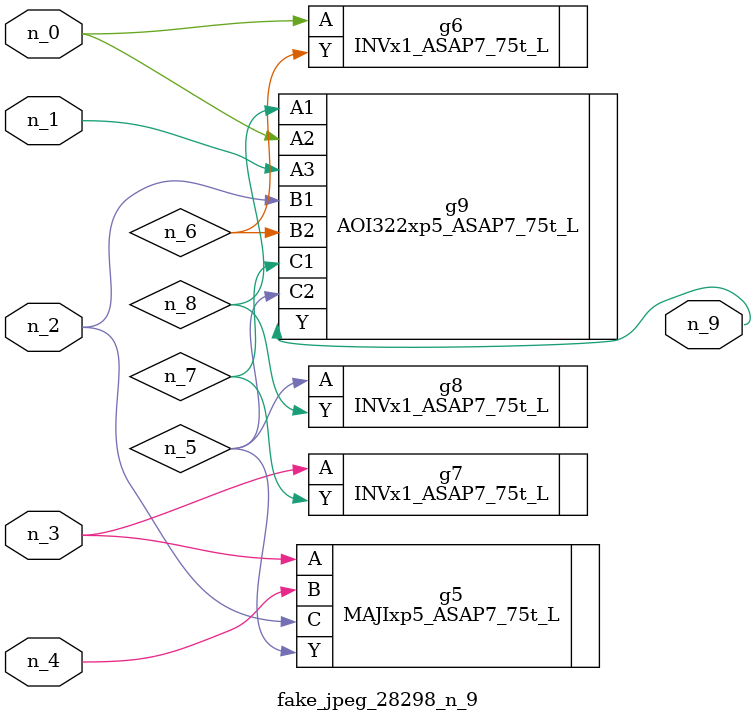
<source format=v>
module fake_jpeg_28298_n_9 (n_3, n_2, n_1, n_0, n_4, n_9);

input n_3;
input n_2;
input n_1;
input n_0;
input n_4;

output n_9;

wire n_8;
wire n_6;
wire n_5;
wire n_7;

MAJIxp5_ASAP7_75t_L g5 ( 
.A(n_3),
.B(n_4),
.C(n_2),
.Y(n_5)
);

INVx1_ASAP7_75t_L g6 ( 
.A(n_0),
.Y(n_6)
);

INVx1_ASAP7_75t_L g7 ( 
.A(n_3),
.Y(n_7)
);

INVx1_ASAP7_75t_L g8 ( 
.A(n_5),
.Y(n_8)
);

AOI322xp5_ASAP7_75t_L g9 ( 
.A1(n_8),
.A2(n_0),
.A3(n_1),
.B1(n_2),
.B2(n_6),
.C1(n_7),
.C2(n_5),
.Y(n_9)
);


endmodule
</source>
